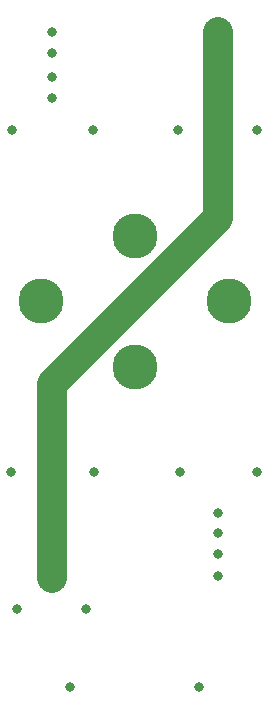
<source format=gbl>
G04 #@! TF.GenerationSoftware,KiCad,Pcbnew,(5.1.8)-1*
G04 #@! TF.CreationDate,2020-11-25T14:47:02+01:00*
G04 #@! TF.ProjectId,GN_BatteryHolder,474e5f42-6174-4746-9572-79486f6c6465,1.0*
G04 #@! TF.SameCoordinates,PX8f0d180PY5f5e100*
G04 #@! TF.FileFunction,Copper,L2,Bot*
G04 #@! TF.FilePolarity,Positive*
%FSLAX46Y46*%
G04 Gerber Fmt 4.6, Leading zero omitted, Abs format (unit mm)*
G04 Created by KiCad (PCBNEW (5.1.8)-1) date 2020-11-25 14:47:02*
%MOMM*%
%LPD*%
G01*
G04 APERTURE LIST*
G04 #@! TA.AperFunction,ComponentPad*
%ADD10C,3.810000*%
G04 #@! TD*
G04 #@! TA.AperFunction,ViaPad*
%ADD11C,0.800000*%
G04 #@! TD*
G04 #@! TA.AperFunction,Conductor*
%ADD12C,2.500000*%
G04 #@! TD*
G04 APERTURE END LIST*
D10*
X0Y7549900D03*
X0Y-3549900D03*
X-7937500Y2000000D03*
X7937500Y2000000D03*
D11*
X-5500000Y-30700000D03*
X5400000Y-30700000D03*
X-3600000Y16500000D03*
X-10400000Y16500000D03*
X-7000000Y24800000D03*
X-7000000Y23000000D03*
X-7000000Y21000000D03*
X-7000000Y19200000D03*
X10300000Y-12500000D03*
X3800000Y-12500000D03*
X7000000Y-21300000D03*
X7000000Y-19400000D03*
X7000000Y-17600000D03*
X7000000Y-15900000D03*
X-7000000Y-9250000D03*
X-10500000Y-12500000D03*
X-3500000Y-12500000D03*
X-10000000Y-24100000D03*
X-4200000Y-24100000D03*
X10300000Y16500000D03*
X3600000Y16500000D03*
X-7000000Y-16400000D03*
X-7000000Y-18100000D03*
X-7000000Y-19600000D03*
X-7000000Y-21400000D03*
X7000000Y19300000D03*
X7000000Y20900000D03*
X7000000Y22800000D03*
X7000000Y24800000D03*
D12*
X-7000000Y-5000000D02*
X7000000Y9000000D01*
X7000000Y9000000D02*
X7000000Y24800000D01*
X-7000000Y-21400000D02*
X-7000000Y-5000000D01*
M02*

</source>
